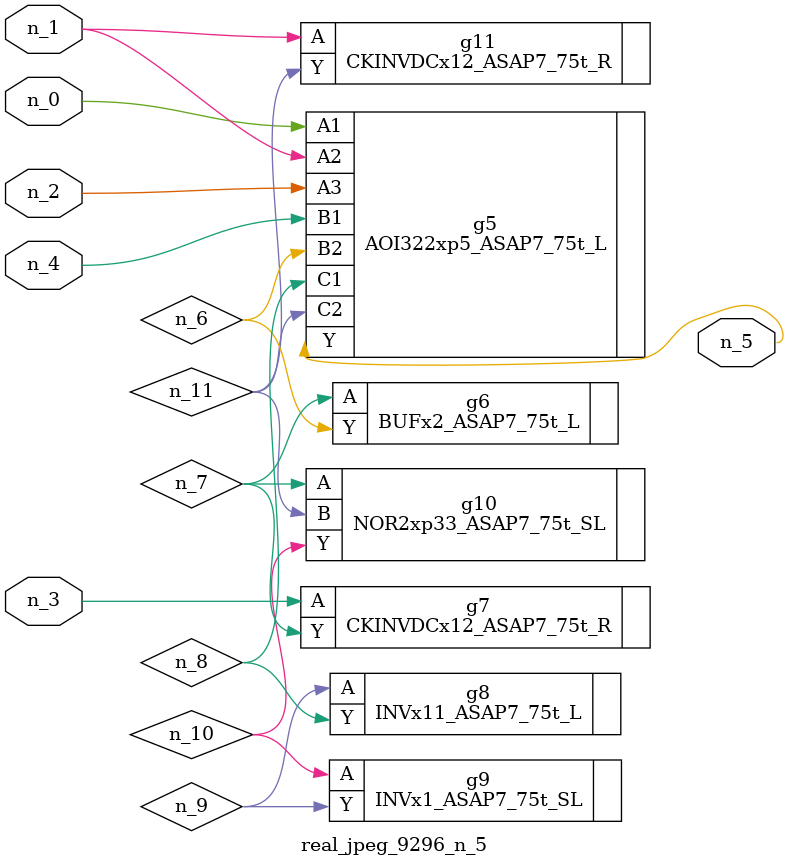
<source format=v>
module real_jpeg_9296_n_5 (n_4, n_0, n_1, n_2, n_3, n_5);

input n_4;
input n_0;
input n_1;
input n_2;
input n_3;

output n_5;

wire n_8;
wire n_11;
wire n_6;
wire n_7;
wire n_10;
wire n_9;

AOI322xp5_ASAP7_75t_L g5 ( 
.A1(n_0),
.A2(n_1),
.A3(n_2),
.B1(n_4),
.B2(n_6),
.C1(n_8),
.C2(n_11),
.Y(n_5)
);

CKINVDCx12_ASAP7_75t_R g11 ( 
.A(n_1),
.Y(n_11)
);

CKINVDCx12_ASAP7_75t_R g7 ( 
.A(n_3),
.Y(n_7)
);

BUFx2_ASAP7_75t_L g6 ( 
.A(n_7),
.Y(n_6)
);

NOR2xp33_ASAP7_75t_SL g10 ( 
.A(n_7),
.B(n_11),
.Y(n_10)
);

INVx11_ASAP7_75t_L g8 ( 
.A(n_9),
.Y(n_8)
);

INVx1_ASAP7_75t_SL g9 ( 
.A(n_10),
.Y(n_9)
);


endmodule
</source>
